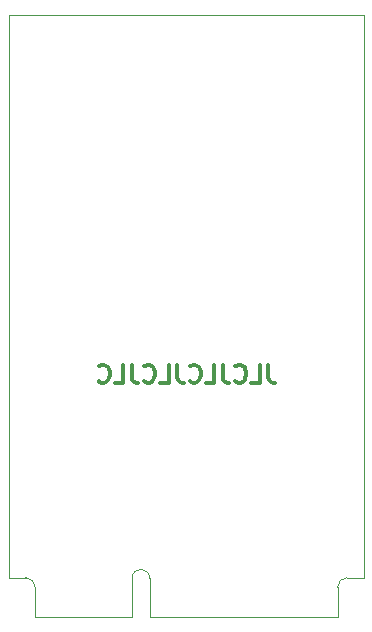
<source format=gbr>
G04 #@! TF.GenerationSoftware,KiCad,Pcbnew,5.1.5+dfsg1-2build2*
G04 #@! TF.CreationDate,2021-01-22T19:49:40+11:00*
G04 #@! TF.ProjectId,mPCIe-GNSS,6d504349-652d-4474-9e53-532e6b696361,1*
G04 #@! TF.SameCoordinates,Original*
G04 #@! TF.FileFunction,Legend,Bot*
G04 #@! TF.FilePolarity,Positive*
%FSLAX46Y46*%
G04 Gerber Fmt 4.6, Leading zero omitted, Abs format (unit mm)*
G04 Created by KiCad (PCBNEW 5.1.5+dfsg1-2build2) date 2021-01-22 19:49:40*
%MOMM*%
%LPD*%
G04 APERTURE LIST*
%ADD10C,0.300000*%
G04 #@! TA.AperFunction,Profile*
%ADD11C,0.050000*%
G04 #@! TD*
G04 APERTURE END LIST*
D10*
X144128571Y-108678571D02*
X144128571Y-109750000D01*
X144200000Y-109964285D01*
X144342857Y-110107142D01*
X144557142Y-110178571D01*
X144700000Y-110178571D01*
X142700000Y-110178571D02*
X143414285Y-110178571D01*
X143414285Y-108678571D01*
X141342857Y-110035714D02*
X141414285Y-110107142D01*
X141628571Y-110178571D01*
X141771428Y-110178571D01*
X141985714Y-110107142D01*
X142128571Y-109964285D01*
X142200000Y-109821428D01*
X142271428Y-109535714D01*
X142271428Y-109321428D01*
X142200000Y-109035714D01*
X142128571Y-108892857D01*
X141985714Y-108750000D01*
X141771428Y-108678571D01*
X141628571Y-108678571D01*
X141414285Y-108750000D01*
X141342857Y-108821428D01*
X140271428Y-108678571D02*
X140271428Y-109750000D01*
X140342857Y-109964285D01*
X140485714Y-110107142D01*
X140700000Y-110178571D01*
X140842857Y-110178571D01*
X138842857Y-110178571D02*
X139557142Y-110178571D01*
X139557142Y-108678571D01*
X137485714Y-110035714D02*
X137557142Y-110107142D01*
X137771428Y-110178571D01*
X137914285Y-110178571D01*
X138128571Y-110107142D01*
X138271428Y-109964285D01*
X138342857Y-109821428D01*
X138414285Y-109535714D01*
X138414285Y-109321428D01*
X138342857Y-109035714D01*
X138271428Y-108892857D01*
X138128571Y-108750000D01*
X137914285Y-108678571D01*
X137771428Y-108678571D01*
X137557142Y-108750000D01*
X137485714Y-108821428D01*
X136414285Y-108678571D02*
X136414285Y-109750000D01*
X136485714Y-109964285D01*
X136628571Y-110107142D01*
X136842857Y-110178571D01*
X136985714Y-110178571D01*
X134985714Y-110178571D02*
X135700000Y-110178571D01*
X135700000Y-108678571D01*
X133628571Y-110035714D02*
X133700000Y-110107142D01*
X133914285Y-110178571D01*
X134057142Y-110178571D01*
X134271428Y-110107142D01*
X134414285Y-109964285D01*
X134485714Y-109821428D01*
X134557142Y-109535714D01*
X134557142Y-109321428D01*
X134485714Y-109035714D01*
X134414285Y-108892857D01*
X134271428Y-108750000D01*
X134057142Y-108678571D01*
X133914285Y-108678571D01*
X133700000Y-108750000D01*
X133628571Y-108821428D01*
X132557142Y-108678571D02*
X132557142Y-109750000D01*
X132628571Y-109964285D01*
X132771428Y-110107142D01*
X132985714Y-110178571D01*
X133128571Y-110178571D01*
X131128571Y-110178571D02*
X131842857Y-110178571D01*
X131842857Y-108678571D01*
X129771428Y-110035714D02*
X129842857Y-110107142D01*
X130057142Y-110178571D01*
X130200000Y-110178571D01*
X130414285Y-110107142D01*
X130557142Y-109964285D01*
X130628571Y-109821428D01*
X130700000Y-109535714D01*
X130700000Y-109321428D01*
X130628571Y-109035714D01*
X130557142Y-108892857D01*
X130414285Y-108750000D01*
X130200000Y-108678571D01*
X130057142Y-108678571D01*
X129842857Y-108750000D01*
X129771428Y-108821428D01*
D11*
G04 #@! TO.C,PC1*
X132600000Y-126750000D02*
G75*
G02X134100000Y-126750000I750000J0D01*
G01*
X123600000Y-126700000D02*
G75*
G02X124400000Y-127500000I0J-800000D01*
G01*
X150800000Y-126700000D02*
G75*
G03X150000000Y-127500000I0J-800000D01*
G01*
X134100000Y-130000000D02*
X134100000Y-126750000D01*
X124400000Y-130000000D02*
X124400000Y-127500000D01*
X122200000Y-126700000D02*
X123600000Y-126700000D01*
X150000000Y-130000000D02*
X150000000Y-127500000D01*
X150800000Y-126700000D02*
X152200000Y-126700000D01*
X132600000Y-130000000D02*
X124400000Y-130000000D01*
X122200000Y-79050000D02*
X152200000Y-79050000D01*
X152200000Y-126700000D02*
X152200000Y-79050000D01*
X122200000Y-126700000D02*
X122200000Y-79050000D01*
X134100000Y-130000000D02*
X150000000Y-130000000D01*
X132600000Y-130000000D02*
X132600000Y-126750000D01*
G04 #@! TD*
M02*

</source>
